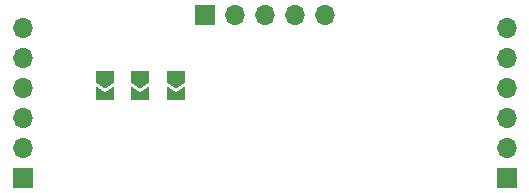
<source format=gbs>
G04 #@! TF.GenerationSoftware,KiCad,Pcbnew,(6.0.10-0)*
G04 #@! TF.CreationDate,2023-01-28T23:12:23+01:00*
G04 #@! TF.ProjectId,hitpoint-proto-v1,68697470-6f69-46e7-942d-70726f746f2d,Proto V1*
G04 #@! TF.SameCoordinates,Original*
G04 #@! TF.FileFunction,Soldermask,Bot*
G04 #@! TF.FilePolarity,Negative*
%FSLAX46Y46*%
G04 Gerber Fmt 4.6, Leading zero omitted, Abs format (unit mm)*
G04 Created by KiCad (PCBNEW (6.0.10-0)) date 2023-01-28 23:12:23*
%MOMM*%
%LPD*%
G01*
G04 APERTURE LIST*
G04 Aperture macros list*
%AMFreePoly0*
4,1,6,0.500000,-0.750000,-0.650000,-0.750000,-0.150000,0.000000,-0.650000,0.750000,0.500000,0.750000,0.500000,-0.750000,0.500000,-0.750000,$1*%
%AMFreePoly1*
4,1,6,1.000000,0.000000,0.500000,-0.750000,-0.500000,-0.750000,-0.500000,0.750000,0.500000,0.750000,1.000000,0.000000,1.000000,0.000000,$1*%
G04 Aperture macros list end*
%ADD10O,1.700000X1.700000*%
%ADD11R,1.700000X1.700000*%
%ADD12FreePoly0,270.000000*%
%ADD13FreePoly1,270.000000*%
G04 APERTURE END LIST*
D10*
X117000000Y-81150000D03*
X117000000Y-83690000D03*
X117000000Y-86230000D03*
X117000000Y-88770000D03*
X117000000Y-91310000D03*
D11*
X117000000Y-93850000D03*
D10*
X142585000Y-80000000D03*
X140045000Y-80000000D03*
X137505000Y-80000000D03*
X134965000Y-80000000D03*
D11*
X132425000Y-80000000D03*
D10*
X158000000Y-81150000D03*
X158000000Y-83690000D03*
X158000000Y-86230000D03*
X158000000Y-88770000D03*
X158000000Y-91310000D03*
D11*
X158000000Y-93850000D03*
D12*
X126950000Y-86725000D03*
D13*
X126950000Y-85275000D03*
D12*
X123950000Y-86725000D03*
D13*
X123950000Y-85275000D03*
D12*
X129949999Y-86725000D03*
D13*
X129949999Y-85275000D03*
M02*

</source>
